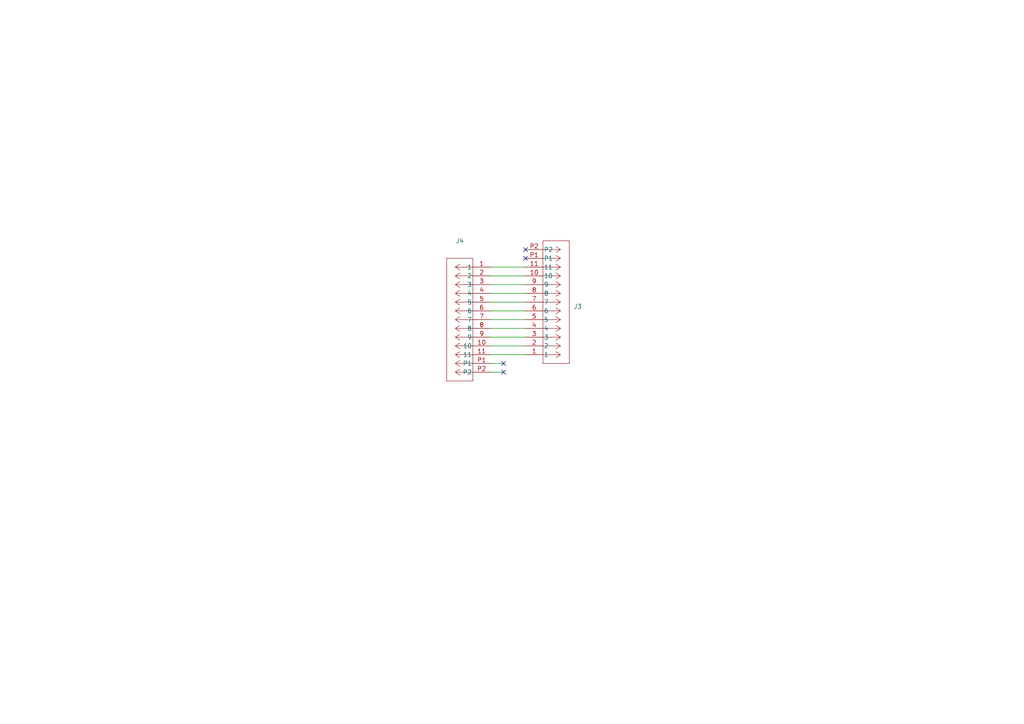
<source format=kicad_sch>
(kicad_sch (version 20250114) (generator "eeschema") (generator_version "9.0")
  (paper "A4")
  (lib_symbols
    (symbol "Molex 5035661102:5035661102" (pin_names (offset 0.254))
      (property "Reference" "J" (at 8.89 6.35 0))
      (property "Value" "5035661102" (at 0 0 0))
      (symbol "5035661102_1_1"
        (polyline (pts (xy 5.08 2.54) (xy 5.08 -33.02)) (stroke (width 0.127)))
        (polyline (pts (xy 5.08 -33.02) (xy 12.7 -33.02)) (stroke (width 0.127)))
        (polyline (pts (xy 10.16 0) (xy 5.08 0)) (stroke (width 0.127)))
        (polyline (pts (xy 10.16 0) (xy 8.89 0.8467)) (stroke (width 0.127)))
        (polyline (pts (xy 10.16 0) (xy 8.89 -0.8467)) (stroke (width 0.127)))
        (polyline (pts (xy 10.16 -2.54) (xy 5.08 -2.54)) (stroke (width 0.127)))
        (polyline (pts (xy 10.16 -2.54) (xy 8.89 -1.6933)) (stroke (width 0.127)))
        (polyline (pts (xy 10.16 -2.54) (xy 8.89 -3.3867)) (stroke (width 0.127)))
        (polyline (pts (xy 10.16 -5.08) (xy 5.08 -5.08)) (stroke (width 0.127)))
        (polyline (pts (xy 10.16 -5.08) (xy 8.89 -4.2333)) (stroke (width 0.127)))
        (polyline (pts (xy 10.16 -5.08) (xy 8.89 -5.9267)) (stroke (width 0.127)))
        (polyline (pts (xy 10.16 -7.62) (xy 5.08 -7.62)) (stroke (width 0.127)))
        (polyline (pts (xy 10.16 -7.62) (xy 8.89 -6.7733)) (stroke (width 0.127)))
        (polyline (pts (xy 10.16 -7.62) (xy 8.89 -8.4667)) (stroke (width 0.127)))
        (polyline (pts (xy 10.16 -10.16) (xy 5.08 -10.16)) (stroke (width 0.127)))
        (polyline (pts (xy 10.16 -10.16) (xy 8.89 -9.3133)) (stroke (width 0.127)))
        (polyline (pts (xy 10.16 -10.16) (xy 8.89 -11.0067)) (stroke (width 0.127)))
        (polyline (pts (xy 10.16 -12.7) (xy 5.08 -12.7)) (stroke (width 0.127)))
        (polyline (pts (xy 10.16 -12.7) (xy 8.89 -11.8533)) (stroke (width 0.127)))
        (polyline (pts (xy 10.16 -12.7) (xy 8.89 -13.5467)) (stroke (width 0.127)))
        (polyline (pts (xy 10.16 -15.24) (xy 5.08 -15.24)) (stroke (width 0.127)))
        (polyline (pts (xy 10.16 -15.24) (xy 8.89 -14.3933)) (stroke (width 0.127)))
        (polyline (pts (xy 10.16 -15.24) (xy 8.89 -16.0867)) (stroke (width 0.127)))
        (polyline (pts (xy 10.16 -17.78) (xy 5.08 -17.78)) (stroke (width 0.127)))
        (polyline (pts (xy 10.16 -17.78) (xy 8.89 -16.9333)) (stroke (width 0.127)))
        (polyline (pts (xy 10.16 -17.78) (xy 8.89 -18.6267)) (stroke (width 0.127)))
        (polyline (pts (xy 10.16 -20.32) (xy 5.08 -20.32)) (stroke (width 0.127)))
        (polyline (pts (xy 10.16 -20.32) (xy 8.89 -19.4733)) (stroke (width 0.127)))
        (polyline (pts (xy 10.16 -20.32) (xy 8.89 -21.1667)) (stroke (width 0.127)))
        (polyline (pts (xy 10.16 -22.86) (xy 5.08 -22.86)) (stroke (width 0.127)))
        (polyline (pts (xy 10.16 -22.86) (xy 8.89 -22.0133)) (stroke (width 0.127)))
        (polyline (pts (xy 10.16 -22.86) (xy 8.89 -23.7067)) (stroke (width 0.127)))
        (polyline (pts (xy 10.16 -25.4) (xy 5.08 -25.4)) (stroke (width 0.127)))
        (polyline (pts (xy 10.16 -25.4) (xy 8.89 -24.5533)) (stroke (width 0.127)))
        (polyline (pts (xy 10.16 -25.4) (xy 8.89 -26.2467)) (stroke (width 0.127)))
        (polyline (pts (xy 10.16 -27.94) (xy 5.08 -27.94)) (stroke (width 0.127)))
        (polyline (pts (xy 10.16 -27.94) (xy 8.89 -27.0933)) (stroke (width 0.127)))
        (polyline (pts (xy 10.16 -27.94) (xy 8.89 -28.7867)) (stroke (width 0.127)))
        (polyline (pts (xy 10.16 -30.48) (xy 5.08 -30.48)) (stroke (width 0.127)))
        (polyline (pts (xy 10.16 -30.48) (xy 8.89 -29.6333)) (stroke (width 0.127)))
        (polyline (pts (xy 10.16 -30.48) (xy 8.89 -31.3267)) (stroke (width 0.127)))
        (polyline (pts (xy 12.7 2.54) (xy 5.08 2.54)) (stroke (width 0.127)))
        (polyline (pts (xy 12.7 -33.02) (xy 12.7 2.54)) (stroke (width 0.127)))
        (pin unspecified line (at 0 0 0) (length 5.08) (name "1") (number "1"))
        (pin unspecified line (at 0 -2.54 0) (length 5.08) (name "2") (number "2"))
        (pin unspecified line (at 0 -5.08 0) (length 5.08) (name "3") (number "3"))
        (pin unspecified line (at 0 -7.62 0) (length 5.08) (name "4") (number "4"))
        (pin unspecified line (at 0 -10.16 0) (length 5.08) (name "5") (number "5"))
        (pin unspecified line (at 0 -12.7 0) (length 5.08) (name "6") (number "6"))
        (pin unspecified line (at 0 -15.24 0) (length 5.08) (name "7") (number "7"))
        (pin unspecified line (at 0 -17.78 0) (length 5.08) (name "8") (number "8"))
        (pin unspecified line (at 0 -20.32 0) (length 5.08) (name "9") (number "9"))
        (pin unspecified line (at 0 -22.86 0) (length 5.08) (name "10") (number "10"))
        (pin unspecified line (at 0 -25.4 0) (length 5.08) (name "11") (number "11"))
        (pin unspecified line (at 0 -27.94 0) (length 5.08) (name "P1") (number "P1"))
        (pin unspecified line (at 0 -30.48 0) (length 5.08) (name "P2") (number "P2"))
      )
      (symbol "5035661102_1_2"
        (polyline (pts (xy 5.08 2.54) (xy 5.08 -33.02)) (stroke (width 0.127)))
        (polyline (pts (xy 5.08 -33.02) (xy 12.7 -33.02)) (stroke (width 0.127)))
        (polyline (pts (xy 7.62 0) (xy 5.08 0)) (stroke (width 0.127)))
        (polyline (pts (xy 7.62 0) (xy 8.89 0.8467)) (stroke (width 0.127)))
        (polyline (pts (xy 7.62 0) (xy 8.89 -0.8467)) (stroke (width 0.127)))
        (polyline (pts (xy 7.62 -2.54) (xy 5.08 -2.54)) (stroke (width 0.127)))
        (polyline (pts (xy 7.62 -2.54) (xy 8.89 -1.6933)) (stroke (width 0.127)))
        (polyline (pts (xy 7.62 -2.54) (xy 8.89 -3.3867)) (stroke (width 0.127)))
        (polyline (pts (xy 7.62 -5.08) (xy 5.08 -5.08)) (stroke (width 0.127)))
        (polyline (pts (xy 7.62 -5.08) (xy 8.89 -4.2333)) (stroke (width 0.127)))
        (polyline (pts (xy 7.62 -5.08) (xy 8.89 -5.9267)) (stroke (width 0.127)))
        (polyline (pts (xy 7.62 -7.62) (xy 5.08 -7.62)) (stroke (width 0.127)))
        (polyline (pts (xy 7.62 -7.62) (xy 8.89 -6.7733)) (stroke (width 0.127)))
        (polyline (pts (xy 7.62 -7.62) (xy 8.89 -8.4667)) (stroke (width 0.127)))
        (polyline (pts (xy 7.62 -10.16) (xy 5.08 -10.16)) (stroke (width 0.127)))
        (polyline (pts (xy 7.62 -10.16) (xy 8.89 -9.3133)) (stroke (width 0.127)))
        (polyline (pts (xy 7.62 -10.16) (xy 8.89 -11.0067)) (stroke (width 0.127)))
        (polyline (pts (xy 7.62 -12.7) (xy 5.08 -12.7)) (stroke (width 0.127)))
        (polyline (pts (xy 7.62 -12.7) (xy 8.89 -11.8533)) (stroke (width 0.127)))
        (polyline (pts (xy 7.62 -12.7) (xy 8.89 -13.5467)) (stroke (width 0.127)))
        (polyline (pts (xy 7.62 -15.24) (xy 5.08 -15.24)) (stroke (width 0.127)))
        (polyline (pts (xy 7.62 -15.24) (xy 8.89 -14.3933)) (stroke (width 0.127)))
        (polyline (pts (xy 7.62 -15.24) (xy 8.89 -16.0867)) (stroke (width 0.127)))
        (polyline (pts (xy 7.62 -17.78) (xy 5.08 -17.78)) (stroke (width 0.127)))
        (polyline (pts (xy 7.62 -17.78) (xy 8.89 -16.9333)) (stroke (width 0.127)))
        (polyline (pts (xy 7.62 -17.78) (xy 8.89 -18.6267)) (stroke (width 0.127)))
        (polyline (pts (xy 7.62 -20.32) (xy 5.08 -20.32)) (stroke (width 0.127)))
        (polyline (pts (xy 7.62 -20.32) (xy 8.89 -19.4733)) (stroke (width 0.127)))
        (polyline (pts (xy 7.62 -20.32) (xy 8.89 -21.1667)) (stroke (width 0.127)))
        (polyline (pts (xy 7.62 -22.86) (xy 5.08 -22.86)) (stroke (width 0.127)))
        (polyline (pts (xy 7.62 -22.86) (xy 8.89 -22.0133)) (stroke (width 0.127)))
        (polyline (pts (xy 7.62 -22.86) (xy 8.89 -23.7067)) (stroke (width 0.127)))
        (polyline (pts (xy 7.62 -25.4) (xy 5.08 -25.4)) (stroke (width 0.127)))
        (polyline (pts (xy 7.62 -25.4) (xy 8.89 -24.5533)) (stroke (width 0.127)))
        (polyline (pts (xy 7.62 -25.4) (xy 8.89 -26.2467)) (stroke (width 0.127)))
        (polyline (pts (xy 7.62 -27.94) (xy 5.08 -27.94)) (stroke (width 0.127)))
        (polyline (pts (xy 7.62 -27.94) (xy 8.89 -27.0933)) (stroke (width 0.127)))
        (polyline (pts (xy 7.62 -27.94) (xy 8.89 -28.7867)) (stroke (width 0.127)))
        (polyline (pts (xy 7.62 -30.48) (xy 5.08 -30.48)) (stroke (width 0.127)))
        (polyline (pts (xy 7.62 -30.48) (xy 8.89 -29.6333)) (stroke (width 0.127)))
        (polyline (pts (xy 7.62 -30.48) (xy 8.89 -31.3267)) (stroke (width 0.127)))
        (polyline (pts (xy 12.7 2.54) (xy 5.08 2.54)) (stroke (width 0.127)))
        (polyline (pts (xy 12.7 -33.02) (xy 12.7 2.54)) (stroke (width 0.127)))
        (pin unspecified line (at 0 0 0) (length 5.08) (name "1") (number "1"))
        (pin unspecified line (at 0 -2.54 0) (length 5.08) (name "2") (number "2"))
        (pin unspecified line (at 0 -5.08 0) (length 5.08) (name "3") (number "3"))
        (pin unspecified line (at 0 -7.62 0) (length 5.08) (name "4") (number "4"))
        (pin unspecified line (at 0 -10.16 0) (length 5.08) (name "5") (number "5"))
        (pin unspecified line (at 0 -12.7 0) (length 5.08) (name "6") (number "6"))
        (pin unspecified line (at 0 -15.24 0) (length 5.08) (name "7") (number "7"))
        (pin unspecified line (at 0 -17.78 0) (length 5.08) (name "8") (number "8"))
        (pin unspecified line (at 0 -20.32 0) (length 5.08) (name "9") (number "9"))
        (pin unspecified line (at 0 -22.86 0) (length 5.08) (name "10") (number "10"))
        (pin unspecified line (at 0 -25.4 0) (length 5.08) (name "11") (number "11"))
        (pin unspecified line (at 0 -27.94 0) (length 5.08) (name "P1") (number "P1"))
        (pin unspecified line (at 0 -30.48 0) (length 5.08) (name "P2") (number "P2"))
      )
    )
  )
  (no_connect (at 152.4 74.93))
  (no_connect (at 146.05 107.95))
  (no_connect (at 146.05 105.41))
  (no_connect (at 152.4 72.39))
  (wire (pts (xy 142.24 77.47) (xy 152.4 77.47)))
  (wire (pts (xy 142.24 100.33) (xy 152.4 100.33)))
  (wire (pts (xy 142.24 95.25) (xy 152.4 95.25)))
  (wire (pts (xy 142.24 82.55) (xy 152.4 82.55)))
  (wire (pts (xy 142.24 87.63) (xy 152.4 87.63)))
  (wire (pts (xy 142.24 90.17) (xy 152.4 90.17)))
  (wire (pts (xy 142.24 102.87) (xy 152.4 102.87)))
  (wire (pts (xy 142.24 105.41) (xy 146.05 105.41)))
  (wire (pts (xy 142.24 107.95) (xy 146.05 107.95)))
  (wire (pts (xy 142.24 85.09) (xy 152.4 85.09)))
  (wire (pts (xy 142.24 92.71) (xy 152.4 92.71)))
  (wire (pts (xy 142.24 97.79) (xy 152.4 97.79)))
  (wire (pts (xy 142.24 80.01) (xy 152.4 80.01)))
  (symbol (lib_id "Molex 5035661102:5035661102") (at 152.4 102.87 0) (mirror x) (unit 1)
    (property "Reference" "J3" (at 166.37 88.9001 0) (effects (justify left)))
    (property "Value" "Molex_5035661102" (effects (hide yes)))
    (property "Footprint" "CON_5035661102_MOL" (effects (hide yes)))
    (property "Datasheet" "https://www.molex.com/en-us/products/part-detail-pdf/5035661102?display=pdf" (effects (hide yes)))
    (property "Description" "Molex 5035661102 Connector" (effects (hide yes)))
  )
  (symbol (lib_id "Molex 5035661102:5035661102") (at 142.24 77.47 0) (mirror y) (unit 1)
    (property "Reference" "J4" (at 133.35 69.85 0))
    (property "Value" "Molex_5035661102" (effects (hide yes)))
    (property "Footprint" "CON_5035661102_MOL" (effects (hide yes)))
    (property "Datasheet" "https://www.molex.com/en-us/products/part-detail-pdf/5035661102?display=pdf" (effects (hide yes)))
    (property "Description" "Molex 5035661102 Connector" (effects (hide yes)))
  )
)
</source>
